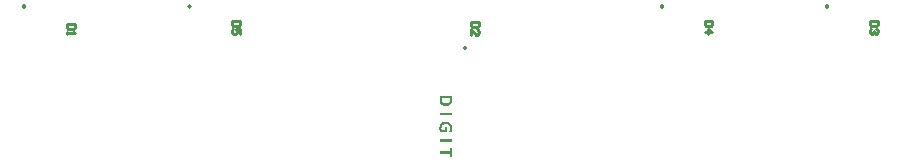
<source format=gto>
%FSTAX25Y25*%
%MOIN*%
%SFA1B1*%

%IPPOS*%
%ADD10C,0.010000*%
%LNgel_flex-1*%
%LPD*%
G36*
X001206Y0093004D02*
X0012096D01*
X0012156Y0092982*
X0012193Y0092967*
X0012215Y0092945*
X0012222Y009293*
X0012252Y0092893*
X0012274Y0092842*
X0012281Y0092768*
Y0091606*
X0012274Y0091561*
Y0091502*
X0012267Y0091376*
X0012252Y0091228*
X0012222Y0091073*
X0012193Y009091*
X0012148Y0090762*
Y0090755*
X0012141Y0090747*
X0012133Y0090725*
X0012126Y0090696*
X0012096Y0090629*
X0012052Y009054*
X0012Y0090437*
X0011934Y0090326*
X0011852Y0090222*
X0011763Y0090118*
X0011749Y0090104*
X0011719Y0090074*
X0011667Y009003*
X0011593Y008997*
X0011497Y0089904*
X0011394Y0089837*
X0011268Y0089771*
X0011135Y0089711*
X0011127*
X001112Y0089704*
X0011097Y0089697*
X0011068Y0089689*
X0010994Y0089667*
X001089Y0089637*
X0010757Y0089615*
X0010616Y0089593*
X0010446Y0089578*
X0010269Y0089571*
X0010261*
X0010246*
X0010217*
X0010172*
X0010121Y0089578*
X0010069*
X0009936Y0089593*
X000978Y0089608*
X0009618Y0089637*
X0009447Y0089674*
X0009292Y0089726*
X0009285*
X0009277Y0089734*
X0009255Y0089741*
X0009225Y0089756*
X0009151Y0089785*
X0009063Y0089837*
X0008959Y0089896*
X0008848Y008997*
X0008737Y0090059*
X0008633Y0090155*
X0008626Y009017*
X0008589Y0090207*
X0008545Y0090266*
X0008493Y009034*
X0008433Y0090437*
X0008374Y0090555*
X0008315Y0090688*
X0008263Y0090829*
Y0090836*
X0008256Y0090844*
Y0090866*
X0008248Y0090903*
X0008234Y009094*
X0008226Y0090984*
X0008204Y0091095*
X0008182Y0091236*
X0008167Y0091399*
X0008152Y0091576*
X0008145Y0091776*
Y0092782*
X0008152Y0092827*
X0008167Y0092886*
X0008204Y0092945*
X0008219Y0092953*
X0008248Y0092975*
X0008315Y0093004*
X0008352Y0093012*
X0008404*
X0012015*
X0012022*
X0012037*
X001206Y0093004*
G37*
G36*
X0012222Y0087388D02*
X001223Y008738D01*
X0012237Y0087373*
X0012252Y0087343*
X0012267Y0087314*
Y0087306*
X0012274Y0087277*
X0012281Y008724*
X0012289Y0087188*
Y0087173*
X0012296Y0087129*
X0012304Y008707*
Y0086914*
X0012296Y0086848*
X0012289Y0086781*
Y0086766*
X0012281Y0086737*
X0012274Y0086692*
X0012267Y0086655*
Y0086648*
X0012259Y0086626*
X0012245Y0086603*
X0012222Y0086581*
X0012215Y0086574*
X0012207Y0086566*
X0012185Y0086559*
X0012163*
X0008256*
X0008248*
X0008234*
X0008212Y0086566*
X0008189Y0086581*
Y0086589*
X0008174Y0086596*
X0008167Y0086618*
X0008152Y0086655*
Y0086663*
X0008145Y0086685*
Y0086729*
X0008138Y0086781*
Y0086796*
X000813Y0086833*
X0008123Y0086899*
Y0087055*
X000813Y0087121*
X0008138Y0087188*
Y0087203*
X0008145Y0087232*
Y0087277*
X0008152Y0087321*
Y0087329*
X000816Y0087343*
X0008174Y0087366*
X0008189Y0087388*
X0008197*
X0008212Y0087395*
X0008256Y0087403*
X0012163*
X0012171*
X0012185*
X0012222Y0087388*
G37*
G36*
X0010298Y0084383D02*
X001035D01*
X0010469Y0084369*
X0010609Y0084354*
X0010764Y0084332*
X001092Y0084295*
X0011075Y0084243*
X0011083*
X001109Y0084235*
X0011112Y0084228*
X0011142Y0084213*
X0011216Y0084176*
X0011312Y0084132*
X0011423Y0084065*
X0011534Y0083991*
X0011653Y0083902*
X0011763Y0083806*
X0011778Y0083791*
X0011808Y0083754*
X001186Y0083695*
X0011926Y0083614*
X0012Y0083518*
X0012067Y0083399*
X0012141Y0083266*
X00122Y0083125*
Y0083118*
X0012207Y0083111*
X0012215Y0083088*
X0012222Y0083051*
X0012237Y0083014*
X0012252Y008297*
X0012281Y0082866*
X0012304Y0082733*
X0012333Y0082585*
X0012348Y0082415*
X0012355Y0082237*
Y0082141*
X0012348Y0082075*
Y0082001*
X0012341Y0081919*
X0012319Y0081749*
Y0081742*
X0012311Y0081712*
X0012304Y0081668*
X0012296Y0081616*
X0012281Y0081557*
X0012259Y008149*
X0012222Y0081364*
Y0081357*
X0012215Y0081335*
X00122Y0081305*
X0012193Y0081268*
X0012156Y0081179*
X0012111Y008109*
Y0081083*
X0012104Y0081076*
X0012074Y0081031*
X0012045Y0080979*
X0012008Y0080942*
X0012Y0080935*
X0011978Y008092*
X0011934Y0080898*
X0011882Y0080876*
X0011867Y0080868*
X0011845*
X0011823Y0080861*
X0011786*
X0011741Y0080854*
X0011697*
X0011638*
X001163*
X0011623*
X0011586*
X0011534Y0080861*
X0011482Y0080868*
X0011475*
X0011445Y0080876*
X0011408Y0080883*
X0011371Y0080891*
X0011364*
X0011349Y0080898*
X0011334Y0080913*
X001132Y0080928*
X0011312Y0080935*
X0011305Y0080972*
Y0080979*
X0011312Y0081009*
X0011327Y0081053*
X0011356Y0081113*
Y008112*
X0011364Y0081127*
X0011379Y008115*
X0011394Y0081179*
X0011438Y0081253*
X0011482Y0081357*
Y0081364*
X0011497Y0081386*
X0011505Y0081416*
X0011527Y008146*
X0011541Y0081512*
X0011564Y0081571*
X0011586Y0081645*
X0011608Y0081719*
Y0081727*
X0011615Y0081756*
X001163Y0081801*
X0011638Y008186*
X0011653Y0081934*
X001166Y0082015*
X0011667Y0082112*
Y0082267*
X001166Y0082319*
X0011653Y0082393*
X0011638Y0082474*
X0011623Y008257*
X0011593Y0082659*
X0011556Y0082755*
X0011549Y0082763*
X0011534Y0082792*
X0011512Y0082844*
X0011482Y0082896*
X0011438Y0082963*
X0011386Y0083037*
X0011327Y0083103*
X001126Y008317*
X0011253Y0083177*
X0011231Y0083199*
X0011186Y0083229*
X0011135Y0083266*
X0011068Y008331*
X0010994Y0083355*
X0010905Y0083399*
X0010809Y0083436*
X0010794*
X0010764Y0083451*
X0010705Y0083466*
X0010639Y0083481*
X001055Y0083495*
X0010446Y008351*
X0010335Y0083518*
X0010217Y0083525*
X001021*
X0010202*
X0010158*
X0010091Y0083518*
X0010002Y008351*
X0009906Y0083503*
X0009803Y0083488*
X0009691Y0083466*
X0009588Y0083436*
X0009573Y0083429*
X0009544Y0083421*
X0009492Y0083399*
X0009432Y008337*
X0009358Y0083325*
X0009285Y0083281*
X0009211Y0083229*
X0009137Y008317*
X0009129Y0083162*
X0009107Y008314*
X0009077Y0083103*
X0009033Y0083051*
X0008988Y0082992*
X0008944Y0082926*
X00089Y0082852*
X0008863Y0082763*
Y0082755*
X0008848Y0082718*
X0008833Y0082674*
X0008818Y0082607*
X0008804Y0082533*
X0008789Y0082445*
X0008781Y0082341*
X0008774Y0082237*
Y0082186*
X0008781Y0082149*
X0008789Y008206*
X0008804Y0081956*
Y0081949*
X0008811Y0081934*
X0008818Y0081904*
X0008826Y0081867*
X0008855Y0081786*
X00089Y0081697*
X0009862*
Y0082496*
X0009869Y0082519*
X0009891Y0082548*
X0009928Y0082578*
X0009936*
X0009943Y0082585*
X0009958*
X0009988Y0082593*
X0010017Y00826*
X0010062*
X0010113Y0082607*
X0010172*
X001018*
X0010187*
X0010224*
X0010276*
X0010321Y00826*
X0010335*
X0010357Y0082593*
X0010395Y0082585*
X0010424Y0082578*
X0010431*
X0010446Y008257*
X0010461Y0082556*
X0010476Y0082541*
X0010483Y0082533*
X0010491Y0082526*
X0010498Y0082511*
Y0081061*
X0010491Y0081031*
X0010476Y0081002*
Y0080994*
X0010461Y0080972*
X0010446Y008095*
X0010424Y0080928*
X0010417Y008092*
X0010402Y0080913*
X0010372Y0080898*
X0010335Y0080883*
X0010328Y0080876*
X0010306Y0080868*
X0010269Y0080861*
X0010224*
X0008574*
X0008567*
X0008559*
X0008515Y0080868*
X0008463Y0080876*
X0008404Y0080898*
X0008397Y0080905*
X0008367Y0080928*
X000833Y0080972*
X0008293Y0081039*
Y0081046*
X0008286Y0081053*
X0008278Y0081083*
X0008271Y0081113*
X0008241Y0081194*
X0008204Y0081298*
Y0081305*
X0008197Y008132*
X0008189Y0081357*
X0008182Y0081394*
X0008167Y0081438*
X000816Y0081497*
X0008138Y0081616*
Y0081623*
X000813Y0081645*
Y0081675*
X0008123Y0081719*
X0008115Y0081771*
X0008108Y0081823*
X0008093Y0081949*
Y0081978*
X0008086Y0082008*
Y0082052*
X0008078Y0082104*
Y0082156*
X0008071Y0082282*
Y0082363*
X0008078Y0082408*
Y0082459*
X0008086Y0082578*
X0008108Y0082718*
X000813Y0082866*
X0008167Y0083022*
X0008212Y008317*
Y0083177*
X0008219Y0083185*
X0008226Y0083207*
X0008241Y0083236*
X0008271Y008331*
X0008315Y0083399*
X0008374Y0083503*
X0008441Y0083614*
X0008522Y0083725*
X0008619Y0083836*
X0008633Y0083851*
X000867Y008388*
X0008722Y0083932*
X0008804Y0083991*
X00089Y0084058*
X0009011Y0084124*
X0009137Y0084191*
X0009277Y008425*
X0009285*
X0009292Y0084258*
X0009314Y0084265*
X0009344Y0084272*
X0009381Y008428*
X0009425Y0084295*
X0009536Y0084317*
X0009669Y0084346*
X0009817Y0084369*
X0009988Y0084383*
X0010165Y0084391*
X0010172*
X0010187*
X0010217*
X0010254*
X0010298Y0084383*
G37*
G36*
X0012222Y0078508D02*
X001223Y00785D01*
X0012237Y0078493*
X0012252Y0078463*
X0012267Y0078434*
Y0078426*
X0012274Y0078397*
X0012281Y007836*
X0012289Y0078308*
Y0078293*
X0012296Y0078249*
X0012304Y007819*
Y0078034*
X0012296Y0077968*
X0012289Y0077901*
Y0077886*
X0012281Y0077857*
X0012274Y0077812*
X0012267Y0077775*
Y0077768*
X0012259Y0077746*
X0012245Y0077723*
X0012222Y0077701*
X0012215Y0077694*
X0012207Y0077686*
X0012185Y0077679*
X0012163*
X0008256*
X0008248*
X0008234*
X0008212Y0077686*
X0008189Y0077701*
Y0077709*
X0008174Y0077716*
X0008167Y0077738*
X0008152Y0077775*
Y0077783*
X0008145Y0077805*
Y0077849*
X0008138Y0077901*
Y0077916*
X000813Y0077953*
X0008123Y0078019*
Y0078175*
X000813Y0078241*
X0008138Y0078308*
Y0078323*
X0008145Y0078352*
Y0078397*
X0008152Y0078441*
Y0078449*
X000816Y0078463*
X0008174Y0078486*
X0008189Y0078508*
X0008197*
X0008212Y0078515*
X0008256Y0078523*
X0012163*
X0012171*
X0012185*
X0012222Y0078508*
G37*
G36*
X0012096Y0075703D02*
X0012111D01*
X0012133Y0075696*
X0012171Y0075688*
X00122Y0075681*
X0012207*
X0012222Y0075674*
X0012245Y0075659*
X0012259Y0075644*
X0012267Y0075637*
X0012274Y0075629*
X0012281Y0075614*
Y0072654*
X0012274Y0072632*
X0012259Y0072617*
Y007261*
X0012245Y0072603*
X001223Y0072595*
X00122Y007258*
X0012193*
X0012171Y0072573*
X0012141Y0072566*
X0012096Y0072558*
X0012082*
X0012052Y0072551*
X0012Y0072543*
X0011934*
X0011926*
X0011919*
X0011874*
X0011823Y0072551*
X0011771Y0072558*
X0011763*
X0011734Y0072566*
X0011704Y0072573*
X0011667Y007258*
X001166*
X0011645Y0072588*
X0011608Y0072617*
X0011601Y0072632*
X0011593Y0072669*
Y0073705*
X0008256*
X0008248*
X0008234*
X0008212Y0073713*
X0008189Y0073727*
Y0073735*
X0008174Y0073742*
X0008167Y0073764*
X0008152Y0073801*
Y0073809*
X0008145Y0073831*
Y0073875*
X0008138Y0073927*
Y0073942*
X000813Y0073979*
X0008123Y0074046*
Y0074201*
X000813Y0074268*
X0008138Y0074334*
Y0074349*
X0008145Y0074379*
Y0074423*
X0008152Y0074467*
Y0074475*
X000816Y007449*
X0008174Y0074512*
X0008189Y0074534*
X0008197*
X0008212Y0074541*
X0008256Y0074549*
X0011593*
Y0075607*
X0011608Y0075644*
X0011615*
X0011623Y0075659*
X0011667Y0075681*
X0011675*
X0011697Y0075688*
X0011727Y0075696*
X0011771Y0075703*
X0011786*
X0011815*
X0011867Y0075711*
X0011934*
X0011941*
X0011948*
X0011993*
X0012045*
X0012096Y0075703*
G37*
%LNgel_flex-2*%
%LPC*%
G36*
X0011623Y0092176D02*
X0008811D01*
Y009168*
X0008818Y0091621*
X0008826Y0091539*
X0008833Y009145*
X0008848Y0091354*
X000887Y0091258*
X00089Y0091162*
X0008907Y0091154*
X0008914Y0091125*
X0008937Y009108*
X0008966Y0091021*
X0009003Y0090962*
X0009048Y0090895*
X0009107Y0090829*
X0009166Y009077*
X0009173Y0090762*
X0009196Y009074*
X000924Y009071*
X0009292Y0090681*
X0009351Y0090636*
X0009425Y0090599*
X0009514Y0090562*
X000961Y0090525*
X0009625Y0090518*
X0009662Y0090511*
X0009714Y0090496*
X0009795Y0090481*
X0009884Y0090466*
X0009995Y0090459*
X0010113Y0090444*
X0010239*
X0010254*
X0010291*
X0010343*
X0010417Y0090451*
X0010505Y0090459*
X0010594Y0090474*
X0010787Y0090518*
X0010802*
X0010831Y0090533*
X0010875Y0090548*
X0010935Y009057*
X0011001Y0090599*
X0011075Y0090636*
X0011149Y0090688*
X0011223Y009074*
X0011231Y0090747*
X0011253Y009077*
X001129Y0090799*
X0011327Y0090844*
X0011379Y0090903*
X0011423Y0090969*
X0011468Y0091043*
X0011512Y0091132*
X0011519Y009114*
X0011527Y0091177*
X0011549Y0091228*
X0011571Y0091295*
X0011586Y0091391*
X0011608Y0091495*
X0011615Y0091613*
X0011623Y0091754*
Y0092176*
G37*
%LNgel_flex-3*%
%LPD*%
G54D10*
X-0075174Y0122933D02*
D01*
X-0075174Y0122948*
X-0075176Y0122963*
X-0075178Y0122978*
X-0075182Y0122993*
X-0075187Y0123008*
X-0075193Y0123022*
X-0075199Y0123036*
X-0075207Y0123049*
X-0075216Y0123062*
X-0075225Y0123074*
X-0075235Y0123085*
X-0075246Y0123096*
X-0075258Y0123106*
X-007527Y0123115*
X-0075284Y0123123*
X-0075297Y012313*
X-0075311Y0123136*
X-0075326Y0123142*
X-007534Y0123146*
X-0075355Y0123149*
X-0075371Y0123151*
X-0075386Y0123152*
X-0075401*
X-0075416Y0123151*
X-0075432Y0123149*
X-0075447Y0123146*
X-0075461Y0123142*
X-0075476Y0123136*
X-007549Y012313*
X-0075504Y0123123*
X-0075517Y0123115*
X-0075529Y0123106*
X-0075541Y0123096*
X-0075552Y0123085*
X-0075562Y0123074*
X-0075571Y0123062*
X-007558Y0123049*
X-0075588Y0123036*
X-0075594Y0123022*
X-00756Y0123008*
X-0075605Y0122993*
X-0075609Y0122978*
X-0075611Y0122963*
X-0075613Y0122948*
X-0075614Y0122933*
X-0075613Y0122917*
X-0075611Y0122902*
X-0075609Y0122887*
X-0075605Y0122872*
X-00756Y0122857*
X-0075594Y0122843*
X-0075588Y0122829*
X-007558Y0122816*
X-0075571Y0122803*
X-0075562Y0122791*
X-0075552Y012278*
X-0075541Y0122769*
X-0075529Y0122759*
X-0075517Y012275*
X-0075504Y0122742*
X-007549Y0122735*
X-0075476Y0122729*
X-0075461Y0122723*
X-0075447Y0122719*
X-0075432Y0122716*
X-0075416Y0122714*
X-0075401Y0122713*
X-0075386*
X-0075371Y0122714*
X-0075355Y0122716*
X-007534Y0122719*
X-0075326Y0122723*
X-0075311Y0122729*
X-0075297Y0122735*
X-0075284Y0122742*
X-007527Y012275*
X-0075258Y0122759*
X-0075246Y0122769*
X-0075235Y012278*
X-0075225Y0122791*
X-0075216Y0122803*
X-0075207Y0122816*
X-0075199Y0122829*
X-0075193Y0122843*
X-0075187Y0122857*
X-0075182Y0122872*
X-0075178Y0122887*
X-0075176Y0122902*
X-0075174Y0122917*
X-0075174Y0122933*
X0082307D02*
D01*
X0082306Y0122948*
X0082304Y0122963*
X0082302Y0122978*
X0082298Y0122993*
X0082293Y0123008*
X0082287Y0123022*
X0082281Y0123036*
X0082273Y0123049*
X0082264Y0123062*
X0082255Y0123074*
X0082245Y0123085*
X0082234Y0123096*
X0082222Y0123106*
X008221Y0123115*
X0082197Y0123123*
X0082183Y012313*
X0082169Y0123136*
X0082154Y0123142*
X008214Y0123146*
X0082125Y0123149*
X0082109Y0123151*
X0082094Y0123152*
X0082079*
X0082064Y0123151*
X0082048Y0123149*
X0082033Y0123146*
X0082019Y0123142*
X0082004Y0123136*
X008199Y012313*
X0081977Y0123123*
X0081963Y0123115*
X0081951Y0123106*
X0081939Y0123096*
X0081928Y0123085*
X0081918Y0123074*
X0081909Y0123062*
X00819Y0123049*
X0081892Y0123036*
X0081886Y0123022*
X008188Y0123008*
X0081875Y0122993*
X0081871Y0122978*
X0081869Y0122963*
X0081867Y0122948*
X0081867Y0122933*
X0081867Y0122917*
X0081869Y0122902*
X0081871Y0122887*
X0081875Y0122872*
X008188Y0122857*
X0081886Y0122843*
X0081892Y0122829*
X00819Y0122816*
X0081909Y0122803*
X0081918Y0122791*
X0081928Y012278*
X0081939Y0122769*
X0081951Y0122759*
X0081963Y012275*
X0081977Y0122742*
X008199Y0122735*
X0082004Y0122729*
X0082019Y0122723*
X0082033Y0122719*
X0082048Y0122716*
X0082064Y0122714*
X0082079Y0122713*
X0082094*
X0082109Y0122714*
X0082125Y0122716*
X008214Y0122719*
X0082154Y0122723*
X0082169Y0122729*
X0082183Y0122735*
X0082197Y0122742*
X008221Y012275*
X0082222Y0122759*
X0082234Y0122769*
X0082245Y012278*
X0082255Y0122791*
X0082264Y0122803*
X0082273Y0122816*
X0082281Y0122829*
X0082287Y0122843*
X0082293Y0122857*
X0082298Y0122872*
X0082302Y0122887*
X0082304Y0122902*
X0082306Y0122917*
X0082307Y0122933*
X0137425Y0122934D02*
D01*
X0137424Y0122949*
X0137422Y0122964*
X013742Y0122979*
X0137416Y0122994*
X0137411Y0123009*
X0137405Y0123023*
X0137399Y0123037*
X0137391Y012305*
X0137382Y0123063*
X0137373Y0123075*
X0137363Y0123086*
X0137352Y0123097*
X013734Y0123107*
X0137328Y0123116*
X0137315Y0123124*
X0137301Y0123131*
X0137287Y0123137*
X0137272Y0123143*
X0137258Y0123147*
X0137243Y012315*
X0137227Y0123152*
X0137212Y0123153*
X0137197*
X0137182Y0123152*
X0137166Y012315*
X0137151Y0123147*
X0137137Y0123143*
X0137122Y0123137*
X0137108Y0123131*
X0137095Y0123124*
X0137081Y0123116*
X0137069Y0123107*
X0137057Y0123097*
X0137046Y0123086*
X0137036Y0123075*
X0137027Y0123063*
X0137018Y012305*
X013701Y0123037*
X0137004Y0123023*
X0136998Y0123009*
X0136993Y0122994*
X0136989Y0122979*
X0136987Y0122964*
X0136985Y0122949*
X0136985Y0122934*
X0136985Y0122918*
X0136987Y0122903*
X0136989Y0122888*
X0136993Y0122873*
X0136998Y0122858*
X0137004Y0122844*
X013701Y012283*
X0137018Y0122817*
X0137027Y0122804*
X0137036Y0122792*
X0137046Y0122781*
X0137057Y012277*
X0137069Y012276*
X0137081Y0122751*
X0137095Y0122743*
X0137108Y0122736*
X0137122Y012273*
X0137137Y0122724*
X0137151Y012272*
X0137166Y0122717*
X0137182Y0122715*
X0137197Y0122714*
X0137212*
X0137227Y0122715*
X0137243Y0122717*
X0137258Y012272*
X0137272Y0122724*
X0137287Y012273*
X0137301Y0122736*
X0137315Y0122743*
X0137328Y0122751*
X013734Y012276*
X0137352Y012277*
X0137363Y0122781*
X0137373Y0122792*
X0137382Y0122804*
X0137391Y0122817*
X0137399Y012283*
X0137405Y0122844*
X0137411Y0122858*
X0137416Y0122873*
X013742Y0122888*
X0137422Y0122903*
X0137424Y0122918*
X0137425Y0122934*
X0016559Y0109153D02*
D01*
X0016558Y0109168*
X0016556Y0109183*
X0016554Y0109198*
X001655Y0109213*
X0016545Y0109228*
X0016539Y0109242*
X0016533Y0109256*
X0016525Y0109269*
X0016516Y0109282*
X0016507Y0109294*
X0016497Y0109305*
X0016486Y0109316*
X0016474Y0109326*
X0016462Y0109335*
X0016449Y0109343*
X0016435Y010935*
X0016421Y0109356*
X0016406Y0109362*
X0016392Y0109366*
X0016377Y0109369*
X0016361Y0109371*
X0016346Y0109372*
X0016331*
X0016316Y0109371*
X00163Y0109369*
X0016285Y0109366*
X0016271Y0109362*
X0016256Y0109356*
X0016242Y010935*
X0016229Y0109343*
X0016215Y0109335*
X0016203Y0109326*
X0016191Y0109316*
X001618Y0109305*
X001617Y0109294*
X0016161Y0109282*
X0016152Y0109269*
X0016144Y0109256*
X0016138Y0109242*
X0016132Y0109228*
X0016127Y0109213*
X0016123Y0109198*
X0016121Y0109183*
X0016119Y0109168*
X0016119Y0109153*
X0016119Y0109137*
X0016121Y0109122*
X0016123Y0109107*
X0016127Y0109092*
X0016132Y0109077*
X0016138Y0109063*
X0016144Y0109049*
X0016152Y0109036*
X0016161Y0109023*
X001617Y0109011*
X001618Y0109*
X0016191Y0108989*
X0016203Y0108979*
X0016215Y010897*
X0016229Y0108962*
X0016242Y0108955*
X0016256Y0108949*
X0016271Y0108943*
X0016285Y0108939*
X00163Y0108936*
X0016316Y0108934*
X0016331Y0108933*
X0016346*
X0016361Y0108934*
X0016377Y0108936*
X0016392Y0108939*
X0016406Y0108943*
X0016421Y0108949*
X0016435Y0108955*
X0016449Y0108962*
X0016462Y010897*
X0016474Y0108979*
X0016486Y0108989*
X0016497Y0109*
X0016507Y0109011*
X0016516Y0109023*
X0016525Y0109036*
X0016533Y0109049*
X0016539Y0109063*
X0016545Y0109077*
X001655Y0109092*
X0016554Y0109107*
X0016556Y0109122*
X0016558Y0109137*
X0016559Y0109153*
X-0130292Y0122933D02*
D01*
X-0130292Y0122948*
X-0130294Y0122963*
X-0130296Y0122978*
X-01303Y0122993*
X-0130305Y0123008*
X-0130311Y0123022*
X-0130317Y0123036*
X-0130325Y0123049*
X-0130334Y0123062*
X-0130343Y0123074*
X-0130353Y0123085*
X-0130364Y0123096*
X-0130376Y0123106*
X-0130388Y0123115*
X-0130402Y0123123*
X-0130415Y012313*
X-0130429Y0123136*
X-0130444Y0123142*
X-0130458Y0123146*
X-0130473Y0123149*
X-0130489Y0123151*
X-0130504Y0123152*
X-0130519*
X-0130534Y0123151*
X-013055Y0123149*
X-0130565Y0123146*
X-0130579Y0123142*
X-0130594Y0123136*
X-0130608Y012313*
X-0130622Y0123123*
X-0130635Y0123115*
X-0130647Y0123106*
X-0130659Y0123096*
X-013067Y0123085*
X-013068Y0123074*
X-0130689Y0123062*
X-0130698Y0123049*
X-0130706Y0123036*
X-0130712Y0123022*
X-0130718Y0123008*
X-0130723Y0122993*
X-0130727Y0122978*
X-0130729Y0122963*
X-0130731Y0122948*
X-0130732Y0122933*
X-0130731Y0122917*
X-0130729Y0122902*
X-0130727Y0122887*
X-0130723Y0122872*
X-0130718Y0122857*
X-0130712Y0122843*
X-0130706Y0122829*
X-0130698Y0122816*
X-0130689Y0122803*
X-013068Y0122791*
X-013067Y012278*
X-0130659Y0122769*
X-0130647Y0122759*
X-0130635Y012275*
X-0130622Y0122742*
X-0130608Y0122735*
X-0130594Y0122729*
X-0130579Y0122723*
X-0130565Y0122719*
X-013055Y0122716*
X-0130534Y0122714*
X-0130519Y0122713*
X-0130504*
X-0130489Y0122714*
X-0130473Y0122716*
X-0130458Y0122719*
X-0130444Y0122723*
X-0130429Y0122729*
X-0130415Y0122735*
X-0130402Y0122742*
X-0130388Y012275*
X-0130376Y0122759*
X-0130364Y0122769*
X-0130353Y012278*
X-0130343Y0122791*
X-0130334Y0122803*
X-0130325Y0122816*
X-0130317Y0122829*
X-0130311Y0122843*
X-0130305Y0122857*
X-01303Y0122872*
X-0130296Y0122887*
X-0130294Y0122902*
X-0130292Y0122917*
X-0130292Y0122933*
X-0058425Y0118012D02*
X-0061024D01*
Y0116712*
X-006059Y0116279*
X-0058858*
X-0058425Y0116712*
Y0118012*
Y011368D02*
Y0115413D01*
X-0059724*
X-0059291Y0114546*
Y0114113*
X-0059724Y011368*
X-006059*
X-0061024Y0114113*
Y011498*
X-006059Y0115413*
X0099056Y0118012D02*
X0096457D01*
Y0116712*
X009689Y0116279*
X0098623*
X0099056Y0116712*
Y0118012*
X0096457Y0114113D02*
X0099056D01*
X0097756Y0115413*
Y011368*
X0154174Y0118014D02*
X0151575D01*
Y0116714*
X0152008Y0116281*
X0153741*
X0154174Y0116714*
Y0118014*
X0153741Y0115414D02*
X0154174Y0114981D01*
Y0114115*
X0153741Y0113682*
X0153308*
X0152874Y0114115*
Y0114548*
Y0114115*
X0152441Y0113682*
X0152008*
X0151575Y0114115*
Y0114981*
X0152008Y0115414*
X0021202Y0117717D02*
X0018602D01*
Y0116417*
X0019036Y0115984*
X0020768*
X0021202Y0116417*
Y0117717*
X0018602Y0113385D02*
Y0115117D01*
X0020335Y0113385*
X0020768*
X0021202Y0113818*
Y0114684*
X0020768Y0115117*
X-0113543Y0117028D02*
X-0116142D01*
Y0115728*
X-0115708Y0115295*
X-0113976*
X-0113543Y0115728*
Y0117028*
X-0116142Y0114428D02*
Y0113562D01*
Y0113995*
X-0113543*
X-0113976Y0114428*
M02*
</source>
